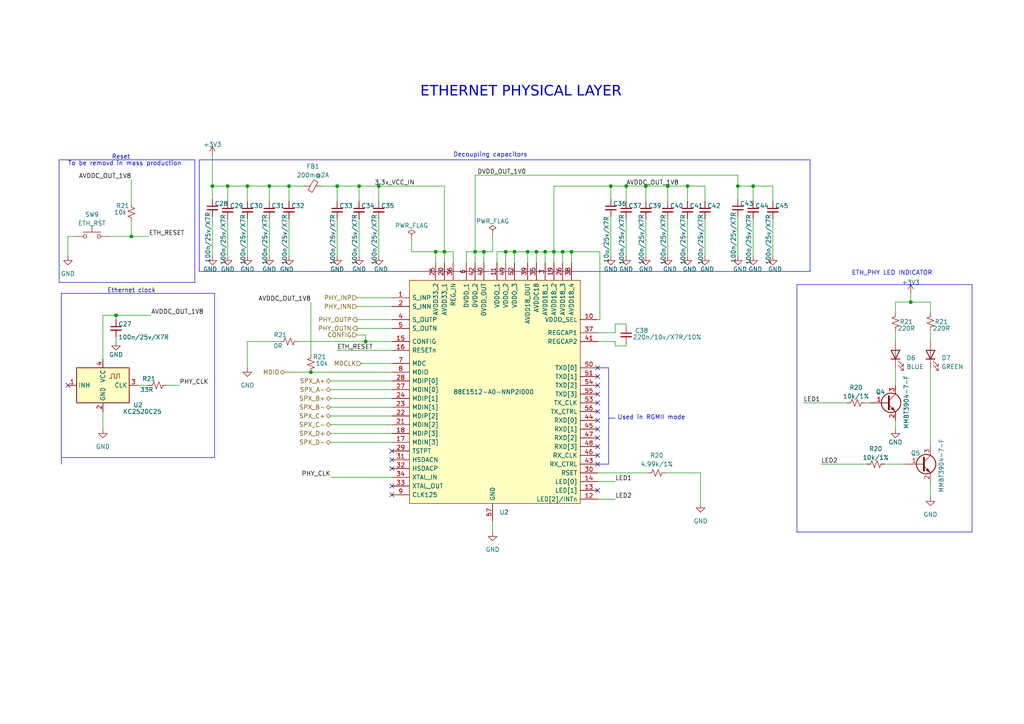
<source format=kicad_sch>
(kicad_sch (version 20230121) (generator eeschema)
  (paper "A4")
  (lib_symbols
    (symbol "88E1512-A0-NNP2I000:88E1512-A0-NNP2I000" (pin_names (offset 0.762))
      (property "Reference" "U3" (at 41.3259 -46.99 0))
      (property "Value" "88E1512-A0-NNP2I000" (at 27.94 -12.065 0))
      (symbol "88E1512-A0-NNP2I000_0_0"
        (pin passive line (at 10.16 15.24 0) (length 5.08) (name "S_INP") (number "1"))
        (pin power_in line (at 69.85 8.89 180) (length 5.08) (name "VDDO_SEL") (number "10"))
        (pin power_in line (at 40.64 25.4 270) (length 5.08) (name "VDDO_1") (number "11"))
        (pin passive line (at 69.85 -43.18 180) (length 5.08) (name "LED[2]/INTn") (number "12"))
        (pin passive line (at 69.85 -40.64 180) (length 5.08) (name "LED[1]") (number "13"))
        (pin passive line (at 69.85 -38.1 180) (length 5.08) (name "LED[0]") (number "14"))
        (pin passive line (at 10.16 2.54 0) (length 5.08) (name "CONFIG") (number "15"))
        (pin passive line (at 10.16 0 0) (length 5.08) (name "RESETn") (number "16"))
        (pin passive line (at 10.16 -26.67 0) (length 5.08) (name "MDIN[3]") (number "17"))
        (pin passive line (at 10.16 -24.13 0) (length 5.08) (name "MDIP[3]") (number "18"))
        (pin power_in line (at 57.15 25.4 270) (length 5.08) (name "AVDD18_2") (number "19"))
        (pin passive line (at 10.16 12.7 0) (length 5.08) (name "S_INN") (number "2"))
        (pin power_in line (at 25.4 25.4 270) (length 5.08) (name "AVDD33_1") (number "20"))
        (pin passive line (at 10.16 -21.59 0) (length 5.08) (name "MDIN[2]") (number "21"))
        (pin passive line (at 10.16 -19.05 0) (length 5.08) (name "MDIP[2]") (number "22"))
        (pin passive line (at 10.16 -16.51 0) (length 5.08) (name "MDIN[1]") (number "23"))
        (pin passive line (at 10.16 -13.97 0) (length 5.08) (name "MDIP[1]") (number "24"))
        (pin power_in line (at 22.86 25.4 270) (length 5.08) (name "AVDD33_2") (number "25"))
        (pin power_in line (at 59.69 25.4 270) (length 5.08) (name "AVDD18_3") (number "26"))
        (pin passive line (at 10.16 -11.43 0) (length 5.08) (name "MDIN[0]") (number "27"))
        (pin passive line (at 10.16 -8.89 0) (length 5.08) (name "MDIP[0]") (number "28"))
        (pin passive line (at 10.16 -29.21 0) (length 5.08) (name "TSTPT") (number "29"))
        (pin power_in line (at 54.61 25.4 270) (length 5.08) (name "AVDD18_1") (number "3"))
        (pin passive line (at 69.85 -35.56 180) (length 5.08) (name "RSET") (number "30"))
        (pin passive line (at 10.16 -31.75 0) (length 5.08) (name "HSDACN") (number "31"))
        (pin passive line (at 10.16 -34.29 0) (length 5.08) (name "HSDACP") (number "32"))
        (pin passive line (at 10.16 -39.37 0) (length 5.08) (name "XTAL_OUT") (number "33"))
        (pin passive line (at 10.16 -36.83 0) (length 5.08) (name "XTAL_IN") (number "34"))
        (pin power_in line (at 52.07 25.4 270) (length 5.08) (name "AVDDC18") (number "35"))
        (pin power_in line (at 27.94 25.4 270) (length 5.08) (name "REG_IN") (number "36"))
        (pin power_in line (at 69.85 5.08 180) (length 5.08) (name "REGCAP1") (number "37"))
        (pin power_in line (at 62.23 25.4 270) (length 5.08) (name "AVDD18_4") (number "38"))
        (pin power_in line (at 49.53 25.4 270) (length 5.08) (name "AVDD18_OUT") (number "39"))
        (pin passive line (at 10.16 8.89 0) (length 5.08) (name "S_OUTP") (number "4"))
        (pin power_in line (at 36.83 25.4 270) (length 5.08) (name "DVDD_OUT") (number "40"))
        (pin power_in line (at 69.85 2.54 180) (length 5.08) (name "REGCAP2") (number "41"))
        (pin power_in line (at 34.29 25.4 270) (length 5.08) (name "DVDD_2") (number "42"))
        (pin passive line (at 69.85 -33.02 180) (length 5.08) (name "RX_CTRL") (number "43"))
        (pin passive line (at 69.85 -20.32 180) (length 5.08) (name "RXD[0]") (number "44"))
        (pin passive line (at 69.85 -22.86 180) (length 5.08) (name "RXD[1]") (number "45"))
        (pin passive line (at 69.85 -30.48 180) (length 5.08) (name "RX_CLK") (number "46"))
        (pin passive line (at 69.85 -25.4 180) (length 5.08) (name "RXD[2]") (number "47"))
        (pin passive line (at 69.85 -27.94 180) (length 5.08) (name "RXD[3]") (number "48"))
        (pin power_in line (at 43.18 25.4 270) (length 5.08) (name "VDDO_2") (number "49"))
        (pin passive line (at 10.16 6.35 0) (length 5.08) (name "S_OUTN") (number "5"))
        (pin passive line (at 69.85 -5.08 180) (length 5.08) (name "TXD[0]") (number "50"))
        (pin passive line (at 69.85 -7.62 180) (length 5.08) (name "TXD[1]") (number "51"))
        (pin power_in line (at 45.72 25.4 270) (length 5.08) (name "VDDO_3") (number "52"))
        (pin passive line (at 69.85 -15.24 180) (length 5.08) (name "TX_CLK") (number "53"))
        (pin passive line (at 69.85 -10.16 180) (length 5.08) (name "TXD[2]") (number "54"))
        (pin passive line (at 69.85 -12.7 180) (length 5.08) (name "TXD[3]") (number "55"))
        (pin passive line (at 69.85 -17.78 180) (length 5.08) (name "TX_CTRL") (number "56"))
        (pin power_in line (at 39.37 -49.53 90) (length 5.08) (name "GND") (number "57"))
        (pin power_in line (at 31.75 25.4 270) (length 5.08) (name "DVDD_1") (number "6"))
        (pin passive line (at 10.16 -3.81 0) (length 5.08) (name "MDC") (number "7"))
        (pin passive line (at 10.16 -6.35 0) (length 5.08) (name "MDIO") (number "8"))
        (pin passive line (at 10.16 -41.91 0) (length 5.08) (name "CLK125") (number "9"))
      )
      (symbol "88E1512-A0-NNP2I000_0_1"
        (polyline (pts (xy 15.24 20.32) (xy 64.77 20.32) (xy 64.77 -44.45) (xy 15.24 -44.45) (xy 15.24 20.32)) (stroke (width 0.1524)) (fill (type background)))
      )
    )
    (symbol "Device:C_Small" (pin_numbers hide) (pin_names (offset 0.254) hide)
      (property "Reference" "C" (at 0.254 1.778 0))
      (property "Value" "C_Small" (at 0.254 -2.032 0))
      (symbol "C_Small_0_1"
        (polyline (pts (xy -1.524 -0.508) (xy 1.524 -0.508)) (stroke (width 0.3302)))
        (polyline (pts (xy -1.524 0.508) (xy 1.524 0.508)) (stroke (width 0.3048)))
      )
      (symbol "C_Small_1_1"
        (pin passive line (at 0 2.54 270) (length 2.032) (name "~") (number "1"))
        (pin passive line (at 0 -2.54 90) (length 2.032) (name "~") (number "2"))
      )
    )
    (symbol "Device:FerriteBead_Small" (pin_numbers hide) (pin_names (offset 0))
      (property "Reference" "FB" (at 1.905 1.27 0))
      (property "Value" "FerriteBead_Small" (at 1.905 -1.27 0))
      (symbol "FerriteBead_Small_0_1"
        (polyline (pts (xy 0 -1.27) (xy 0 -0.7874)))
        (polyline (pts (xy 0 0.889) (xy 0 1.2954)))
        (polyline (pts (xy -1.8288 0.2794) (xy -1.1176 1.4986) (xy 1.8288 -0.2032) (xy 1.1176 -1.4224) (xy -1.8288 0.2794)))
      )
      (symbol "FerriteBead_Small_1_1"
        (pin passive line (at 0 2.54 270) (length 1.27) (name "~") (number "1"))
        (pin passive line (at 0 -2.54 90) (length 1.27) (name "~") (number "2"))
      )
    )
    (symbol "Device:LED" (pin_numbers hide) (pin_names (offset 1.016) hide)
      (property "Reference" "D" (at 0 2.54 0))
      (property "Value" "LED" (at 0 -2.54 0))
      (symbol "LED_0_1"
        (polyline (pts (xy -1.27 -1.27) (xy -1.27 1.27)) (stroke (width 0.254)))
        (polyline (pts (xy -1.27 0) (xy 1.27 0)))
        (polyline (pts (xy 1.27 -1.27) (xy 1.27 1.27) (xy -1.27 0) (xy 1.27 -1.27)) (stroke (width 0.254)))
        (polyline (pts (xy -3.048 -0.762) (xy -4.572 -2.286) (xy -3.81 -2.286) (xy -4.572 -2.286) (xy -4.572 -1.524)))
        (polyline (pts (xy -1.778 -0.762) (xy -3.302 -2.286) (xy -2.54 -2.286) (xy -3.302 -2.286) (xy -3.302 -1.524)))
      )
      (symbol "LED_1_1"
        (pin passive line (at -3.81 0 0) (length 2.54) (name "K") (number "1"))
        (pin passive line (at 3.81 0 180) (length 2.54) (name "A") (number "2"))
      )
    )
    (symbol "Device:R_Small_US" (pin_numbers hide) (pin_names (offset 0.254) hide)
      (property "Reference" "R" (at 0.762 0.508 0))
      (property "Value" "R_Small_US" (at 0.762 -1.016 0))
      (symbol "R_Small_US_1_1"
        (polyline (pts (xy 0 0) (xy 1.016 -0.381) (xy 0 -0.762) (xy -1.016 -1.143) (xy 0 -1.524)))
        (polyline (pts (xy 0 1.524) (xy 1.016 1.143) (xy 0 0.762) (xy -1.016 0.381) (xy 0 0)))
        (pin passive line (at 0 2.54 270) (length 1.016) (name "~") (number "1"))
        (pin passive line (at 0 -2.54 90) (length 1.016) (name "~") (number "2"))
      )
    )
    (symbol "Oscillator:KC2520Z"
      (property "Reference" "U" (at 2.54 12.7 0))
      (property "Value" "KC2520Z" (at 6.35 10.16 0))
      (symbol "KC2520Z_0_1"
        (rectangle (start -7.62 5.08) (end 7.62 -5.08) (stroke (width 0.254)) (fill (type background)))
      )
      (symbol "KC2520Z_1_1"
        (polyline (pts (xy 1.778 2.032) (xy 2.54 2.032) (xy 2.54 3.302) (xy 3.302 3.302) (xy 3.302 2.032) (xy 4.064 2.032) (xy 4.064 3.302) (xy 4.826 3.302) (xy 4.826 2.032)))
        (pin input line (at -10.16 0 0) (length 2.54) (name "INH") (number "1"))
        (pin power_in line (at 0 -7.62 90) (length 2.54) (name "GND") (number "2"))
        (pin output line (at 10.16 0 180) (length 2.54) (name "CLK") (number "3"))
        (pin power_in line (at 0 7.62 270) (length 2.54) (name "VCC") (number "4"))
      )
    )
    (symbol "Switch:SW_Push" (pin_numbers hide) (pin_names (offset 1.016) hide)
      (property "Reference" "SW" (at 1.27 2.54 0))
      (property "Value" "SW_Push" (at 0 -1.524 0))
      (symbol "SW_Push_0_1"
        (circle (center -2.032 0) (radius 0.508))
        (polyline (pts (xy 0 1.27) (xy 0 3.048)))
        (polyline (pts (xy 2.54 1.27) (xy -2.54 1.27)))
        (circle (center 2.032 0) (radius 0.508))
        (pin passive line (at -5.08 0 0) (length 2.54) (name "1") (number "1"))
        (pin passive line (at 5.08 0 180) (length 2.54) (name "2") (number "2"))
      )
    )
    (symbol "Transistor_BJT:MMBT3904" (pin_names (offset 0) hide)
      (property "Reference" "Q" (at 5.08 1.905 0))
      (property "Value" "MMBT3904" (at 5.08 0 0))
      (symbol "MMBT3904_0_1"
        (polyline (pts (xy 0.635 0.635) (xy 2.54 2.54)))
        (polyline (pts (xy 0.635 -0.635) (xy 2.54 -2.54) (xy 2.54 -2.54)))
        (polyline (pts (xy 0.635 1.905) (xy 0.635 -1.905) (xy 0.635 -1.905)) (stroke (width 0.508)))
        (polyline (pts (xy 1.27 -1.778) (xy 1.778 -1.27) (xy 2.286 -2.286) (xy 1.27 -1.778) (xy 1.27 -1.778)) (fill (type outline)))
        (circle (center 1.27 0) (radius 2.8194) (stroke (width 0.254)))
      )
      (symbol "MMBT3904_1_1"
        (pin input line (at -5.08 0 0) (length 5.715) (name "B") (number "1"))
        (pin passive line (at 2.54 -5.08 90) (length 2.54) (name "E") (number "2"))
        (pin passive line (at 2.54 5.08 270) (length 2.54) (name "C") (number "3"))
      )
    )
    (symbol "power:+3V3" (power) (pin_names (offset 0))
      (property "Value" "+3V3" (at 0 3.556 0))
      (symbol "+3V3_0_1"
        (polyline (pts (xy -0.762 1.27) (xy 0 2.54)))
        (polyline (pts (xy 0 0) (xy 0 2.54)))
        (polyline (pts (xy 0 2.54) (xy 0.762 1.27)))
      )
      (symbol "+3V3_1_1"
        (pin power_in line (at 0 0 90) (length 0) hide (name "+3V3") (number "1"))
      )
    )
    (symbol "power:GND" (power) (pin_names (offset 0))
      (property "Value" "GND" (at 0 -3.81 0))
      (symbol "GND_0_1"
        (polyline (pts (xy 0 0) (xy 0 -1.27) (xy 1.27 -1.27) (xy 0 -2.54) (xy -1.27 -1.27) (xy 0 -1.27)))
      )
      (symbol "GND_1_1"
        (pin power_in line (at 0 0 270) (length 0) hide (name "GND") (number "1"))
      )
    )
    (symbol "power:PWR_FLAG" (power) (pin_numbers hide) (pin_names (offset 0) hide)
      (property "Value" "PWR_FLAG" (at 0 3.81 0))
      (symbol "PWR_FLAG_0_0"
        (pin power_out line (at 0 0 90) (length 0) (name "pwr") (number "1"))
      )
      (symbol "PWR_FLAG_0_1"
        (polyline (pts (xy 0 0) (xy 0 1.27) (xy -1.016 1.905) (xy 0 2.54) (xy 1.016 1.905) (xy 0 1.27)))
      )
    )
  )
  (junction (at 160.655 73.025))
  (junction (at 155.575 73.025))
  (junction (at 128.905 73.025))
  (junction (at 199.39 53.975))
  (junction (at 163.195 73.025))
  (junction (at 38.1 68.58))
  (junction (at 218.44 53.975))
  (junction (at 146.685 73.025))
  (junction (at 97.79 53.975))
  (junction (at 66.04 53.975))
  (junction (at 137.795 73.025))
  (junction (at 193.675 53.975))
  (junction (at 165.735 73.025))
  (junction (at 109.855 53.975))
  (junction (at 90.17 107.95))
  (junction (at 181.61 53.975))
  (junction (at 83.82 53.975))
  (junction (at 153.035 73.025))
  (junction (at 126.365 73.025))
  (junction (at 106.045 99.06))
  (junction (at 78.105 53.975))
  (junction (at 177.165 53.975))
  (junction (at 61.595 53.975))
  (junction (at 213.995 53.975))
  (junction (at 140.335 73.025))
  (junction (at 71.755 53.975))
  (junction (at 149.225 73.025))
  (junction (at 33.655 91.44))
  (junction (at 104.14 53.975))
  (junction (at 187.325 53.975))
  (junction (at 158.115 73.025))
  (junction (at 264.16 87.63))
  (no_connect (at 173.355 119.38))
  (no_connect (at 113.665 133.35))
  (no_connect (at 19.685 111.76))
  (no_connect (at 173.355 114.3))
  (no_connect (at 173.355 127))
  (no_connect (at 173.355 116.84))
  (no_connect (at 113.665 140.97))
  (no_connect (at 173.355 129.54))
  (no_connect (at 173.355 142.24))
  (no_connect (at 113.665 135.89))
  (no_connect (at 173.355 111.76))
  (no_connect (at 113.665 130.81))
  (no_connect (at 173.355 132.08))
  (no_connect (at 173.355 134.62))
  (no_connect (at 173.355 124.46))
  (no_connect (at 173.355 109.22))
  (no_connect (at 173.355 106.68))
  (no_connect (at 173.355 121.92))
  (no_connect (at 113.665 143.51))
  (wire (pts (xy 177.165 62.865) (xy 177.165 74.295)))
  (wire (pts (xy 259.715 106.68) (xy 259.715 111.76)))
  (wire (pts (xy 103.505 95.25) (xy 113.665 95.25)))
  (polyline (pts (xy 176.53 121.285) (xy 176.53 134.62)))
  (wire (pts (xy 97.79 63.5) (xy 97.79 74.295)))
  (wire (pts (xy 238.125 134.62) (xy 251.46 134.62)))
  (wire (pts (xy 173.355 96.52) (xy 178.435 96.52)))
  (polyline (pts (xy 17.145 46.355) (xy 17.145 81.915)))
  (wire (pts (xy 203.2 137.16) (xy 203.2 146.05)))
  (wire (pts (xy 71.755 99.06) (xy 71.755 106.68)))
  (wire (pts (xy 213.995 53.975) (xy 213.995 50.8)))
  (wire (pts (xy 173.355 137.16) (xy 187.96 137.16)))
  (wire (pts (xy 119.38 73.025) (xy 126.365 73.025)))
  (wire (pts (xy 269.875 90.805) (xy 269.875 87.63)))
  (wire (pts (xy 103.505 97.155) (xy 106.045 97.155)))
  (wire (pts (xy 33.655 97.79) (xy 33.655 99.06)))
  (wire (pts (xy 19.685 68.58) (xy 19.685 74.295)))
  (wire (pts (xy 142.875 151.13) (xy 142.875 154.305)))
  (wire (pts (xy 218.44 58.42) (xy 218.44 53.975)))
  (wire (pts (xy 165.735 73.025) (xy 165.735 76.2)))
  (polyline (pts (xy 234.95 78.74) (xy 234.95 46.355)))
  (wire (pts (xy 66.04 58.42) (xy 66.04 53.975)))
  (wire (pts (xy 213.995 62.865) (xy 213.995 74.295)))
  (wire (pts (xy 71.755 58.42) (xy 71.755 53.975)))
  (wire (pts (xy 93.345 53.975) (xy 97.79 53.975)))
  (polyline (pts (xy 57.785 46.355) (xy 57.785 78.74)))
  (wire (pts (xy 109.855 53.975) (xy 109.855 58.42)))
  (wire (pts (xy 135.255 73.025) (xy 135.255 76.2)))
  (wire (pts (xy 137.795 73.025) (xy 140.335 73.025)))
  (wire (pts (xy 155.575 73.025) (xy 155.575 76.2)))
  (wire (pts (xy 177.165 53.975) (xy 181.61 53.975)))
  (wire (pts (xy 40.005 111.76) (xy 43.18 111.76)))
  (wire (pts (xy 104.14 53.975) (xy 109.855 53.975)))
  (polyline (pts (xy 17.78 85.09) (xy 62.23 85.09)))
  (polyline (pts (xy 231.14 82.55) (xy 231.14 154.305)))
  (wire (pts (xy 264.16 87.63) (xy 259.715 87.63)))
  (wire (pts (xy 128.905 73.025) (xy 128.905 53.975)))
  (wire (pts (xy 256.54 134.62) (xy 262.255 134.62)))
  (wire (pts (xy 160.655 73.025) (xy 163.195 73.025)))
  (polyline (pts (xy 56.515 46.355) (xy 56.515 81.915)))
  (wire (pts (xy 259.715 87.63) (xy 259.715 90.805)))
  (wire (pts (xy 149.225 73.025) (xy 149.225 76.2)))
  (wire (pts (xy 269.875 139.7) (xy 269.875 144.145)))
  (wire (pts (xy 109.855 53.975) (xy 128.905 53.975)))
  (wire (pts (xy 213.995 50.8) (xy 137.795 50.8)))
  (wire (pts (xy 259.715 95.885) (xy 259.715 99.06)))
  (polyline (pts (xy 17.78 86.995) (xy 17.78 134.62)))
  (wire (pts (xy 81.28 99.06) (xy 71.755 99.06)))
  (wire (pts (xy 146.685 73.025) (xy 149.225 73.025)))
  (wire (pts (xy 137.795 73.025) (xy 137.795 76.2)))
  (wire (pts (xy 128.905 73.025) (xy 128.905 76.2)))
  (wire (pts (xy 103.505 86.36) (xy 113.665 86.36)))
  (wire (pts (xy 104.14 53.975) (xy 104.14 58.42)))
  (wire (pts (xy 173.355 99.06) (xy 178.435 99.06)))
  (wire (pts (xy 144.145 73.025) (xy 146.685 73.025)))
  (wire (pts (xy 193.675 53.975) (xy 187.325 53.975)))
  (wire (pts (xy 29.845 119.38) (xy 29.845 124.46)))
  (wire (pts (xy 66.04 53.975) (xy 61.595 53.975)))
  (wire (pts (xy 95.885 113.03) (xy 113.665 113.03)))
  (wire (pts (xy 106.045 97.155) (xy 106.045 99.06)))
  (wire (pts (xy 103.505 92.71) (xy 113.665 92.71)))
  (wire (pts (xy 19.685 68.58) (xy 21.59 68.58)))
  (wire (pts (xy 83.82 53.975) (xy 88.265 53.975)))
  (polyline (pts (xy 231.14 82.55) (xy 281.94 82.55)))
  (wire (pts (xy 153.035 76.2) (xy 153.035 73.025)))
  (wire (pts (xy 181.61 58.42) (xy 181.61 53.975)))
  (wire (pts (xy 97.79 53.975) (xy 97.79 58.42)))
  (wire (pts (xy 160.655 53.975) (xy 177.165 53.975)))
  (wire (pts (xy 160.655 73.025) (xy 160.655 76.2)))
  (wire (pts (xy 38.1 64.135) (xy 38.1 68.58)))
  (wire (pts (xy 33.655 91.44) (xy 33.655 92.71)))
  (wire (pts (xy 178.435 93.98) (xy 181.61 93.98)))
  (wire (pts (xy 199.39 58.42) (xy 199.39 53.975)))
  (wire (pts (xy 83.82 58.42) (xy 83.82 53.975)))
  (wire (pts (xy 109.855 63.5) (xy 109.855 74.295)))
  (wire (pts (xy 48.26 111.76) (xy 52.07 111.76)))
  (wire (pts (xy 97.79 101.6) (xy 113.665 101.6)))
  (wire (pts (xy 181.61 93.98) (xy 181.61 94.615)))
  (wire (pts (xy 178.435 100.33) (xy 181.61 100.33)))
  (wire (pts (xy 178.435 139.7) (xy 173.355 139.7)))
  (wire (pts (xy 155.575 73.025) (xy 158.115 73.025)))
  (polyline (pts (xy 173.355 106.68) (xy 176.53 106.68)))
  (wire (pts (xy 131.445 73.025) (xy 128.905 73.025)))
  (wire (pts (xy 142.875 67.945) (xy 142.875 73.025)))
  (wire (pts (xy 269.875 87.63) (xy 264.16 87.63)))
  (wire (pts (xy 66.04 63.5) (xy 66.04 74.295)))
  (wire (pts (xy 224.155 58.42) (xy 224.155 53.975)))
  (wire (pts (xy 259.715 121.92) (xy 259.715 124.46)))
  (wire (pts (xy 193.675 53.975) (xy 199.39 53.975)))
  (wire (pts (xy 126.365 73.025) (xy 126.365 76.2)))
  (wire (pts (xy 178.435 96.52) (xy 178.435 93.98)))
  (wire (pts (xy 213.995 53.975) (xy 213.995 57.785)))
  (wire (pts (xy 95.885 128.27) (xy 113.665 128.27)))
  (wire (pts (xy 178.435 99.06) (xy 178.435 100.33)))
  (wire (pts (xy 103.505 88.9) (xy 113.665 88.9)))
  (wire (pts (xy 95.885 110.49) (xy 113.665 110.49)))
  (wire (pts (xy 61.595 53.975) (xy 61.595 57.785)))
  (wire (pts (xy 224.155 53.975) (xy 218.44 53.975)))
  (wire (pts (xy 149.225 73.025) (xy 153.035 73.025)))
  (polyline (pts (xy 281.94 154.305) (xy 281.94 82.55)))
  (wire (pts (xy 83.82 53.975) (xy 78.105 53.975)))
  (wire (pts (xy 90.17 87.63) (xy 90.17 102.87)))
  (wire (pts (xy 78.105 53.975) (xy 71.755 53.975)))
  (wire (pts (xy 43.815 91.44) (xy 33.655 91.44)))
  (wire (pts (xy 95.885 115.57) (xy 113.665 115.57)))
  (wire (pts (xy 173.355 92.71) (xy 173.99 92.71)))
  (polyline (pts (xy 173.355 134.62) (xy 176.53 134.62)))
  (wire (pts (xy 29.845 91.44) (xy 33.655 91.44)))
  (wire (pts (xy 163.195 73.025) (xy 165.735 73.025)))
  (wire (pts (xy 233.045 116.84) (xy 245.745 116.84)))
  (wire (pts (xy 95.885 120.65) (xy 113.665 120.65)))
  (wire (pts (xy 218.44 63.5) (xy 218.44 74.295)))
  (wire (pts (xy 61.595 45.085) (xy 61.595 53.975)))
  (wire (pts (xy 78.105 58.42) (xy 78.105 53.975)))
  (polyline (pts (xy 62.23 132.715) (xy 62.23 85.09)))
  (wire (pts (xy 146.685 73.025) (xy 146.685 76.2)))
  (wire (pts (xy 95.885 138.43) (xy 113.665 138.43)))
  (wire (pts (xy 193.675 58.42) (xy 193.675 53.975)))
  (wire (pts (xy 269.875 95.885) (xy 269.875 99.06)))
  (polyline (pts (xy 176.53 121.285) (xy 178.435 121.285)))
  (wire (pts (xy 140.335 73.025) (xy 142.875 73.025)))
  (wire (pts (xy 153.035 73.025) (xy 155.575 73.025)))
  (wire (pts (xy 38.1 68.58) (xy 43.18 68.58)))
  (wire (pts (xy 224.155 63.5) (xy 224.155 74.295)))
  (wire (pts (xy 131.445 76.2) (xy 131.445 73.025)))
  (wire (pts (xy 29.845 104.14) (xy 29.845 91.44)))
  (polyline (pts (xy 57.785 46.355) (xy 234.95 46.355)))
  (wire (pts (xy 90.17 107.95) (xy 113.665 107.95)))
  (wire (pts (xy 119.38 69.215) (xy 119.38 73.025)))
  (wire (pts (xy 250.825 116.84) (xy 252.095 116.84)))
  (wire (pts (xy 199.39 53.975) (xy 204.47 53.975)))
  (wire (pts (xy 137.795 50.8) (xy 137.795 73.025)))
  (polyline (pts (xy 176.53 106.68) (xy 176.53 121.285)))
  (polyline (pts (xy 57.785 78.74) (xy 234.95 78.74)))
  (wire (pts (xy 128.905 73.025) (xy 126.365 73.025)))
  (wire (pts (xy 181.61 100.33) (xy 181.61 99.695)))
  (wire (pts (xy 137.795 73.025) (xy 135.255 73.025)))
  (polyline (pts (xy 17.78 132.715) (xy 62.23 132.715)))
  (wire (pts (xy 82.55 107.95) (xy 90.17 107.95)))
  (wire (pts (xy 95.885 125.73) (xy 113.665 125.73)))
  (wire (pts (xy 218.44 53.975) (xy 213.995 53.975)))
  (wire (pts (xy 38.1 52.07) (xy 38.1 59.055)))
  (polyline (pts (xy 17.145 46.355) (xy 56.515 46.355)))
  (wire (pts (xy 204.47 58.42) (xy 204.47 53.975)))
  (wire (pts (xy 61.595 62.865) (xy 61.595 74.295)))
  (wire (pts (xy 163.195 73.025) (xy 163.195 76.2)))
  (wire (pts (xy 173.355 144.78) (xy 178.435 144.78)))
  (wire (pts (xy 71.755 53.975) (xy 66.04 53.975)))
  (wire (pts (xy 158.115 73.025) (xy 160.655 73.025)))
  (wire (pts (xy 95.885 123.19) (xy 113.665 123.19)))
  (wire (pts (xy 104.775 105.41) (xy 113.665 105.41)))
  (wire (pts (xy 187.325 63.5) (xy 187.325 74.295)))
  (wire (pts (xy 177.165 57.785) (xy 177.165 53.975)))
  (wire (pts (xy 187.325 58.42) (xy 187.325 53.975)))
  (wire (pts (xy 264.16 85.09) (xy 264.16 87.63)))
  (wire (pts (xy 83.82 63.5) (xy 83.82 74.295)))
  (wire (pts (xy 187.325 53.975) (xy 181.61 53.975)))
  (wire (pts (xy 204.47 63.5) (xy 204.47 74.295)))
  (polyline (pts (xy 17.78 85.09) (xy 17.78 86.995)))
  (wire (pts (xy 95.885 118.11) (xy 113.665 118.11)))
  (wire (pts (xy 193.675 63.5) (xy 193.675 74.295)))
  (wire (pts (xy 97.79 53.975) (xy 104.14 53.975)))
  (wire (pts (xy 165.735 73.025) (xy 173.99 73.025)))
  (wire (pts (xy 269.875 106.68) (xy 269.875 129.54)))
  (wire (pts (xy 181.61 63.5) (xy 181.61 74.295)))
  (wire (pts (xy 173.99 92.71) (xy 173.99 73.025)))
  (wire (pts (xy 71.755 63.5) (xy 71.755 74.295)))
  (wire (pts (xy 140.335 76.2) (xy 140.335 73.025)))
  (wire (pts (xy 144.145 76.2) (xy 144.145 73.025)))
  (wire (pts (xy 31.75 68.58) (xy 38.1 68.58)))
  (wire (pts (xy 104.14 63.5) (xy 104.14 74.295)))
  (polyline (pts (xy 231.14 154.305) (xy 281.94 154.305)))
  (wire (pts (xy 199.39 63.5) (xy 199.39 74.295)))
  (wire (pts (xy 193.04 137.16) (xy 203.2 137.16)))
  (polyline (pts (xy 56.515 81.915) (xy 17.145 81.915)))
  (wire (pts (xy 86.36 99.06) (xy 106.045 99.06)))
  (wire (pts (xy 160.655 53.975) (xy 160.655 73.025)))
  (wire (pts (xy 158.115 73.025) (xy 158.115 76.2)))
  (wire (pts (xy 78.105 63.5) (xy 78.105 74.295)))
  (wire (pts (xy 106.045 99.06) (xy 113.665 99.06)))
  (text "Reset" (at 32.385 46.355 0) (effects (font (size 1.27 1.27)) (justify left bottom)))
  (text "Used in RGMII mode" (at 179.07 121.92 0) (effects (font (size 1.27 1.27)) (justify left bottom)))
  (text "To be removd in mass production" (at 19.685 48.26 0) (effects (font (size 1.27 1.27)) (justify left bottom)))
  (text "Ethernet clock" (at 31.115 85.09 0) (effects (font (size 1.27 1.27)) (justify left bottom)))
  (text "ETH_PHY LED INDICATOR" (at 247.015 80.01 0) (effects (font (size 1.27 1.27)) (justify left bottom)))
  (text "Decoupling capacitors" (at 131.445 45.72 0) (effects (font (size 1.27 1.27)) (justify left bottom)))
  (text "ETHERNET PHYSICAL LAYER" (at 121.92 29.21 0) (effects (font (size 3 3)) (justify left bottom)))
  (label "3.3v_VCC_IN" (at 108.585 53.975 0))
  (label "PHY_CLK" (at 52.07 111.76 0))
  (label "ETH_RESET" (at 43.18 68.58 0))
  (label "AVDDC_OUT_1V8" (at 181.61 53.975 0))
  (label "PHY_CLK" (at 95.885 138.43 180))
  (label "DVDD_OUT_1V0" (at 138.43 50.8 0))
  (label "LED2" (at 178.435 144.78 0))
  (label "LED2" (at 238.125 134.62 0))
  (label "AVDDC_OUT_1V8" (at 90.17 87.63 180))
  (label "ETH_RESET" (at 97.79 101.6 0))
  (label "LED1" (at 233.045 116.84 0))
  (label "AVDDC_OUT_1V8" (at 43.815 91.44 0))
  (label "AVDDC_OUT_1V8" (at 38.1 52.07 180))
  (label "LED1" (at 178.435 139.7 0))
  (hierarchical_label "PHY_OUTP" (shape output) (at 103.505 92.71 180))
  (hierarchical_label "CONFIG" (shape input) (at 103.505 97.155 180))
  (hierarchical_label "SPX_D-" (shape bidirectional) (at 95.885 128.27 180))
  (hierarchical_label "SPX_C-" (shape bidirectional) (at 95.885 123.19 180))
  (hierarchical_label "SPX_B-" (shape bidirectional) (at 95.885 118.11 180))
  (hierarchical_label "SPX_D+" (shape bidirectional) (at 95.885 125.73 180))
  (hierarchical_label "PHY_OUTN" (shape output) (at 103.505 95.25 180))
  (hierarchical_label "MDCLK" (shape input) (at 104.775 105.41 180))
  (hierarchical_label "SPX_A-" (shape bidirectional) (at 95.885 113.03 180))
  (hierarchical_label "SPX_C+" (shape bidirectional) (at 95.885 120.65 180))
  (hierarchical_label "SPX_B+" (shape bidirectional) (at 95.885 115.57 180))
  (hierarchical_label "MDIO" (shape bidirectional) (at 82.55 107.95 180))
  (hierarchical_label "PHY_INP" (shape input) (at 103.505 86.36 180))
  (hierarchical_label "PHY_INN" (shape input) (at 103.505 88.9 180))
  (hierarchical_label "SPX_A+" (shape bidirectional) (at 95.885 110.49 180))
  (symbol (lib_id "Device:C_Small") (at 224.155 60.96 0) (unit 1)
    (property "Reference" "C45" (at 224.79 59.69 0) (effects (justify left)))
    (property "Value" "100n/25v/X7R" (at 222.885 76.835 90) (effects (justify left)))
    (property "Footprint" "Capacitor_SMD:C_0402_1005Metric" (effects hide))
  )
  (symbol (lib_id "power:GND") (at 71.755 74.295 0) (unit 1)
    (property "Reference" "#PWR021" (effects hide))
    (property "Value" "GND" (at 71.755 78.105 0))
  )
  (symbol (lib_id "Transistor_BJT:MMBT3904") (at 257.175 116.84 0) (unit 1)
    (property "Reference" "Q4" (at 254 113.665 0) (effects (justify left)))
    (property "Value" "MMBT3904-7-F" (at 262.89 124.46 90) (effects (justify left)))
    (property "Footprint" "Package_TO_SOT_SMD:SOT-23" (effects hide))
    (property "Datasheet" "https://www.onsemi.com/pub/Collateral/2N3903-D.PDF" (effects hide))
  )
  (symbol (lib_id "power:GND") (at 33.655 99.06 0) (unit 1)
    (property "Reference" "#PWR021" (effects hide))
    (property "Value" "GND" (at 33.655 102.87 0))
  )
  (symbol (lib_id "power:GND") (at 193.675 74.295 0) (unit 1)
    (property "Reference" "#PWR021" (effects hide))
    (property "Value" "GND" (at 194.31 78.105 0))
  )
  (symbol (lib_id "Device:C_Small") (at 78.105 60.96 0) (unit 1)
    (property "Reference" "C31" (at 78.74 59.69 0) (effects (justify left)))
    (property "Value" "100n/25v/X7R" (at 76.835 76.835 90) (effects (justify left)))
    (property "Footprint" "Capacitor_SMD:C_0402_1005Metric" (effects hide))
  )
  (symbol (lib_id "power:+3V3") (at 61.595 45.085 0) (unit 1)
    (property "Reference" "#PWR027" (effects hide))
    (property "Value" "+3V3" (at 61.595 41.91 0))
  )
  (symbol (lib_id "power:GND") (at 177.165 74.295 0) (unit 1)
    (property "Reference" "#PWR021" (effects hide))
    (property "Value" "GND" (at 177.165 78.105 0))
  )
  (symbol (lib_id "power:GND") (at 66.04 74.295 0) (unit 1)
    (property "Reference" "#PWR021" (effects hide))
    (property "Value" "GND" (at 66.04 78.105 0))
  )
  (symbol (lib_id "Transistor_BJT:MMBT3904") (at 267.335 134.62 0) (unit 1)
    (property "Reference" "Q5" (at 264.16 131.445 0) (effects (justify left)))
    (property "Value" "MMBT3904-7-F" (at 273.05 142.875 90) (effects (justify left)))
    (property "Footprint" "Package_TO_SOT_SMD:SOT-23" (effects hide))
    (property "Datasheet" "https://www.onsemi.com/pub/Collateral/2N3903-D.PDF" (effects hide))
  )
  (symbol (lib_id "power:GND") (at 269.875 144.145 0) (unit 1)
    (property "Reference" "#PWR021" (effects hide))
    (property "Value" "GND" (at 269.875 149.225 0))
  )
  (symbol (lib_id "power:GND") (at 104.14 74.295 0) (unit 1)
    (property "Reference" "#PWR021" (effects hide))
    (property "Value" "GND" (at 104.14 78.105 0))
  )
  (symbol (lib_id "Device:C_Small") (at 199.39 60.96 0) (unit 1)
    (property "Reference" "C41" (at 200.025 59.69 0) (effects (justify left)))
    (property "Value" "100n/25v/X7R" (at 198.12 76.835 90) (effects (justify left)))
    (property "Footprint" "Capacitor_SMD:C_0402_1005Metric" (effects hide))
  )
  (symbol (lib_id "Device:C_Small") (at 61.595 60.325 0) (unit 1)
    (property "Reference" "C28" (at 62.23 59.055 0) (effects (justify left)))
    (property "Value" "100n/25v/X7R" (at 60.325 76.2 90) (effects (justify left)))
    (property "Footprint" "Capacitor_SMD:C_0402_1005Metric" (effects hide))
  )
  (symbol (lib_id "Device:R_Small_US") (at 190.5 137.16 90) (unit 1)
    (property "Reference" "R20" (at 190.5 132.08 90))
    (property "Value" "4.99k/1%" (at 190.5 134.62 90))
    (property "Footprint" "Resistor_SMD:R_0402_1005Metric" (effects hide))
  )
  (symbol (lib_id "Device:C_Small") (at 33.655 95.25 0) (unit 1)
    (property "Reference" "C27" (at 34.29 93.98 0) (effects (justify left)))
    (property "Value" "100n/25v/X7R" (at 34.29 97.79 0) (effects (justify left)))
    (property "Footprint" "Capacitor_SMD:C_0402_1005Metric" (effects hide))
  )
  (symbol (lib_id "power:GND") (at 199.39 74.295 0) (unit 1)
    (property "Reference" "#PWR021" (effects hide))
    (property "Value" "GND" (at 200.025 78.105 0))
  )
  (symbol (lib_id "power:GND") (at 61.595 74.295 0) (unit 1)
    (property "Reference" "#PWR021" (effects hide))
    (property "Value" "GND" (at 60.96 78.105 0))
  )
  (symbol (lib_id "Device:C_Small") (at 71.755 60.96 0) (unit 1)
    (property "Reference" "C30" (at 72.39 59.69 0) (effects (justify left)))
    (property "Value" "100n/25v/X7R" (at 70.485 76.835 90) (effects (justify left)))
    (property "Footprint" "Capacitor_SMD:C_0402_1005Metric" (effects hide))
  )
  (symbol (lib_id "Device:C_Small") (at 213.995 60.325 0) (unit 1)
    (property "Reference" "C43" (at 214.63 59.055 0) (effects (justify left)))
    (property "Value" "100n/25v/X7R" (at 212.725 76.2 90) (effects (justify left)))
    (property "Footprint" "Capacitor_SMD:C_0402_1005Metric" (effects hide))
  )
  (symbol (lib_id "power:GND") (at 181.61 74.295 0) (unit 1)
    (property "Reference" "#PWR021" (effects hide))
    (property "Value" "GND" (at 181.61 78.105 0))
  )
  (symbol (lib_id "Device:R_Small_US") (at 38.1 61.595 180) (unit 1)
    (property "Reference" "R21" (at 35.56 59.69 0))
    (property "Value" "10k" (at 34.925 61.595 0))
    (property "Footprint" "Resistor_SMD:R_0402_1005Metric" (effects hide))
  )
  (symbol (lib_id "power:GND") (at 83.82 74.295 0) (unit 1)
    (property "Reference" "#PWR021" (effects hide))
    (property "Value" "GND" (at 83.185 78.105 0))
  )
  (symbol (lib_id "Device:R_Small_US") (at 254 134.62 90) (unit 1)
    (property "Reference" "R20" (at 254 130.175 90))
    (property "Value" "10k/1%" (at 254 132.715 90))
    (property "Footprint" "Resistor_SMD:R_0402_1005Metric" (effects hide))
  )
  (symbol (lib_id "power:GND") (at 213.995 74.295 0) (unit 1)
    (property "Reference" "#PWR021" (effects hide))
    (property "Value" "GND" (at 214.63 78.105 0))
  )
  (symbol (lib_id "Device:C_Small") (at 83.82 60.96 0) (unit 1)
    (property "Reference" "C32" (at 84.455 59.69 0) (effects (justify left)))
    (property "Value" "100n/25v/X7R" (at 82.55 76.835 90) (effects (justify left)))
    (property "Footprint" "Capacitor_SMD:C_0402_1005Metric" (effects hide))
  )
  (symbol (lib_id "power:GND") (at 109.855 74.295 0) (unit 1)
    (property "Reference" "#PWR021" (effects hide))
    (property "Value" "GND" (at 110.49 78.105 0))
  )
  (symbol (lib_id "power:+3V3") (at 264.16 85.09 0) (unit 1)
    (property "Reference" "#PWR0218" (effects hide))
    (property "Value" "+3V3" (at 264.16 81.915 0))
  )
  (symbol (lib_id "Device:C_Small") (at 181.61 97.155 0) (unit 1)
    (property "Reference" "C38" (at 184.15 95.885 0) (effects (justify left)))
    (property "Value" "220n/10v/X7R/10%" (at 183.515 97.79 0) (effects (justify left)))
    (property "Footprint" "Capacitor_SMD:C_0402_1005Metric" (effects hide))
  )
  (symbol (lib_id "Oscillator:KC2520Z") (at 29.845 111.76 0) (unit 1)
    (property "Reference" "U2" (at 40.005 117.475 0))
    (property "Value" "KC2520C25" (at 41.275 119.38 0))
    (property "Footprint" "Oscillator:Oscillator_SMD_Kyocera_KC2520Z-4Pin_2.5x2.0mm" (effects hide))
    (property "Datasheet" "https://global.kyocera.com/prdct/electro/product/pdf/clock_z_xz_e.pdf" (effects hide))
  )
  (symbol (lib_id "Device:R_Small_US") (at 90.17 105.41 0) (mirror x) (unit 1)
    (property "Reference" "R21" (at 92.71 103.505 0))
    (property "Value" "10k" (at 93.345 105.41 0))
    (property "Footprint" "Resistor_SMD:R_0402_1005Metric" (effects hide))
  )
  (symbol (lib_id "Device:R_Small_US") (at 248.285 116.84 90) (unit 1)
    (property "Reference" "R20" (at 248.285 112.395 90))
    (property "Value" "10k/1%" (at 248.285 114.935 90))
    (property "Footprint" "Resistor_SMD:R_0402_1005Metric" (effects hide))
  )
  (symbol (lib_id "88E1512-A0-NNP2I000:88E1512-A0-NNP2I000") (at 103.505 101.6 0) (unit 1)
    (property "Reference" "U2" (at 144.8309 148.59 0) (effects (justify left)))
    (property "Value" "88E1512-A0-NNP2I000" (at 131.445 113.665 0) (effects (justify left)))
    (property "Footprint" "Library:88E1512-A0-NNP2I000" (effects hide))
    (property "Datasheet" "https://datasheet.datasheetarchive.com/originals/distributors/Datasheets_SAMA/1b5785df26c16273f3036f983e9a4c8f.pdf" (effects hide))
    (property "Description" "Ethernet ICs Single-port EEE GE PHY w/SGMII in 56-pin QFN package Industrial Temp" (effects hide))
    (property "Height" "1" (effects hide))
    (property "Manufacturer_Name" "Marvell" (effects hide))
    (property "Manufacturer_Part_Number" "88E1512-A0-NNP2I000" (effects hide))
    (property "Mouser Part Number" "348-88E1512A0NNP2I00" (effects hide))
    (property "Mouser Price/Stock" "https://www.mouser.co.uk/ProductDetail/Marvell/88E1512-A0-NNP2I000?qs=vdi0iO8H4N0XzuXqBRxTqg%3D%3D" (effects hide))
  )
  (symbol (lib_id "Device:C_Small") (at 193.675 60.96 0) (unit 1)
    (property "Reference" "C40" (at 194.31 59.69 0) (effects (justify left)))
    (property "Value" "100n/25v/X7R" (at 192.405 76.835 90) (effects (justify left)))
    (property "Footprint" "Capacitor_SMD:C_0402_1005Metric" (effects hide))
  )
  (symbol (lib_id "power:PWR_FLAG") (at 142.875 67.945 0) (unit 1)
    (property "Reference" "#FLG02" (effects hide))
    (property "Value" "PWR_FLAG" (at 142.875 64.135 0))
  )
  (symbol (lib_id "power:GND") (at 78.105 74.295 0) (unit 1)
    (property "Reference" "#PWR021" (effects hide))
    (property "Value" "GND" (at 78.105 78.105 0))
  )
  (symbol (lib_id "Device:R_Small_US") (at 83.82 99.06 90) (unit 1)
    (property "Reference" "R21" (at 81.28 97.155 90))
    (property "Value" "0R" (at 80.645 100.33 90))
    (property "Footprint" "Resistor_SMD:R_0402_1005Metric" (effects hide))
  )
  (symbol (lib_id "Device:R_Small_US") (at 45.72 111.76 90) (unit 1)
    (property "Reference" "R21" (at 43.18 109.855 90))
    (property "Value" "33R" (at 42.545 113.03 90))
    (property "Footprint" "Resistor_SMD:R_0402_1005Metric" (effects hide))
  )
  (symbol (lib_id "Device:LED") (at 269.875 102.87 90) (unit 1)
    (property "Reference" "D7" (at 273.05 103.8225 90) (effects (justify right)))
    (property "Value" "GREEN" (at 273.05 106.3625 90) (effects (justify right)))
    (property "Footprint" "LED_SMD:LED_0603_1608Metric" (effects hide))
    (property "MPN" "IN-S63ASG" (effects hide))
  )
  (symbol (lib_id "Device:C_Small") (at 204.47 60.96 0) (unit 1)
    (property "Reference" "C42" (at 205.105 59.69 0) (effects (justify left)))
    (property "Value" "100n/25v/X7R" (at 203.2 76.835 90) (effects (justify left)))
    (property "Footprint" "Capacitor_SMD:C_0402_1005Metric" (effects hide))
  )
  (symbol (lib_id "Device:R_Small_US") (at 269.875 93.345 0) (mirror x) (unit 1)
    (property "Reference" "R21" (at 273.05 93.345 0))
    (property "Value" "220R" (at 273.05 95.25 0))
    (property "Footprint" "Resistor_SMD:R_0402_1005Metric" (effects hide))
  )
  (symbol (lib_id "power:GND") (at 203.2 146.05 0) (unit 1)
    (property "Reference" "#PWR021" (effects hide))
    (property "Value" "GND" (at 203.2 151.13 0))
  )
  (symbol (lib_id "Device:C_Small") (at 109.855 60.96 0) (unit 1)
    (property "Reference" "C35" (at 110.49 59.69 0) (effects (justify left)))
    (property "Value" "100n/25v/X7R" (at 108.585 76.835 90) (effects (justify left)))
    (property "Footprint" "Capacitor_SMD:C_0402_1005Metric" (effects hide))
  )
  (symbol (lib_id "power:GND") (at 97.79 74.295 0) (unit 1)
    (property "Reference" "#PWR021" (effects hide))
    (property "Value" "GND" (at 97.79 78.105 0))
  )
  (symbol (lib_id "Switch:SW_Push") (at 26.67 68.58 0) (unit 1)
    (property "Reference" "SW9" (at 26.67 62.23 0))
    (property "Value" "ETH_RST" (at 26.67 64.77 0))
    (property "Footprint" "greencharge-footprints:SW_SKRPACE010" (effects hide))
  )
  (symbol (lib_id "Device:FerriteBead_Small") (at 90.805 53.975 90) (unit 1)
    (property "Reference" "FB1" (at 90.7669 48.26 90))
    (property "Value" "200m@2A" (at 90.7669 50.8 90))
    (property "Footprint" "Inductor_SMD:L_0603_1608Metric" (effects hide))
    (property "MPN" "HCB1608KF-101T20" (effects hide))
  )
  (symbol (lib_id "power:GND") (at 19.685 74.295 0) (unit 1)
    (property "Reference" "#PWR021" (effects hide))
    (property "Value" "GND" (at 19.685 79.375 0))
  )
  (symbol (lib_id "power:GND") (at 218.44 74.295 0) (unit 1)
    (property "Reference" "#PWR021" (effects hide))
    (property "Value" "GND" (at 219.075 78.105 0))
  )
  (symbol (lib_id "Device:R_Small_US") (at 259.715 93.345 0) (mirror x) (unit 1)
    (property "Reference" "R21" (at 262.89 93.345 0))
    (property "Value" "220R" (at 262.89 95.25 0))
    (property "Footprint" "Resistor_SMD:R_0402_1005Metric" (effects hide))
  )
  (symbol (lib_id "power:GND") (at 187.325 74.295 0) (unit 1)
    (property "Reference" "#PWR021" (effects hide))
    (property "Value" "GND" (at 187.325 78.105 0))
  )
  (symbol (lib_id "power:GND") (at 71.755 106.68 0) (unit 1)
    (property "Reference" "#PWR021" (effects hide))
    (property "Value" "GND" (at 71.755 111.76 0))
  )
  (symbol (lib_id "power:GND") (at 224.155 74.295 0) (unit 1)
    (property "Reference" "#PWR021" (effects hide))
    (property "Value" "GND" (at 224.79 78.105 0))
  )
  (symbol (lib_id "Device:C_Small") (at 187.325 60.96 0) (unit 1)
    (property "Reference" "C39" (at 187.96 59.69 0) (effects (justify left)))
    (property "Value" "100n/25v/X7R" (at 186.055 76.835 90) (effects (justify left)))
    (property "Footprint" "Capacitor_SMD:C_0402_1005Metric" (effects hide))
  )
  (symbol (lib_id "Device:C_Small") (at 97.79 60.96 0) (unit 1)
    (property "Reference" "C33" (at 98.425 59.69 0) (effects (justify left)))
    (property "Value" "100n/25v/X7R" (at 96.52 76.835 90) (effects (justify left)))
    (property "Footprint" "Capacitor_SMD:C_0402_1005Metric" (effects hide))
  )
  (symbol (lib_id "Device:C_Small") (at 177.165 60.325 0) (unit 1)
    (property "Reference" "C36" (at 177.8 59.055 0) (effects (justify left)))
    (property "Value" "10u/25v/X7R" (at 175.895 76.2 90) (effects (justify left)))
    (property "Footprint" "Capacitor_SMD:C_0603_1608Metric" (effects hide))
  )
  (symbol (lib_id "power:GND") (at 29.845 124.46 0) (unit 1)
    (property "Reference" "#PWR021" (effects hide))
    (property "Value" "GND" (at 29.845 129.54 0))
  )
  (symbol (lib_id "power:GND") (at 259.715 124.46 0) (unit 1)
    (property "Reference" "#PWR021" (effects hide))
    (property "Value" "GND" (at 259.715 128.27 0))
  )
  (symbol (lib_id "power:GND") (at 142.875 154.305 0) (unit 1)
    (property "Reference" "#PWR021" (effects hide))
    (property "Value" "GND" (at 142.875 159.385 0))
  )
  (symbol (lib_id "Device:LED") (at 259.715 102.87 90) (unit 1)
    (property "Reference" "D6" (at 262.89 103.8225 90) (effects (justify right)))
    (property "Value" "BLUE" (at 262.89 106.3625 90) (effects (justify right)))
    (property "Footprint" "LED_SMD:LED_0603_1608Metric" (effects hide))
    (property "MPN" "IN-S63AS5B" (effects hide))
  )
  (symbol (lib_id "Device:C_Small") (at 66.04 60.96 0) (unit 1)
    (property "Reference" "C29" (at 66.675 59.69 0) (effects (justify left)))
    (property "Value" "100n/25v/X7R" (at 64.77 76.835 90) (effects (justify left)))
    (property "Footprint" "Capacitor_SMD:C_0402_1005Metric" (effects hide))
  )
  (symbol (lib_id "Device:C_Small") (at 218.44 60.96 0) (unit 1)
    (property "Reference" "C44" (at 219.075 59.69 0) (effects (justify left)))
    (property "Value" "100n/25v/X7R" (at 217.17 76.835 90) (effects (justify left)))
    (property "Footprint" "Capacitor_SMD:C_0402_1005Metric" (effects hide))
  )
  (symbol (lib_id "Device:C_Small") (at 181.61 60.96 0) (unit 1)
    (property "Reference" "C37" (at 182.245 59.69 0) (effects (justify left)))
    (property "Value" "100n/25v/X7R" (at 180.34 76.835 90) (effects (justify left)))
    (property "Footprint" "Capacitor_SMD:C_0402_1005Metric" (effects hide))
  )
  (symbol (lib_id "power:GND") (at 204.47 74.295 0) (unit 1)
    (property "Reference" "#PWR021" (effects hide))
    (property "Value" "GND" (at 205.105 78.105 0))
  )
  (symbol (lib_id "power:PWR_FLAG") (at 119.38 69.215 0) (unit 1)
    (property "Reference" "#FLG01" (effects hide))
    (property "Value" "PWR_FLAG" (at 119.38 65.405 0))
  )
  (symbol (lib_id "Device:C_Small") (at 104.14 60.96 0) (unit 1)
    (property "Reference" "C34" (at 104.775 59.69 0) (effects (justify left)))
    (property "Value" "100n/25v/X7R" (at 102.87 76.835 90) (effects (justify left)))
    (property "Footprint" "Capacitor_SMD:C_0402_1005Metric" (effects hide))
  )
)
</source>
